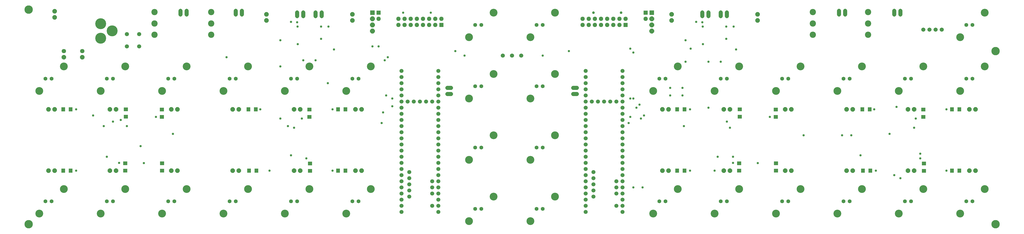
<source format=gbr>
G04 EAGLE Gerber X2 export*
%TF.Part,Single*%
%TF.FileFunction,Soldermask,Top,1*%
%TF.FilePolarity,Negative*%
%TF.GenerationSoftware,Autodesk,EAGLE,9.0.1*%
%TF.CreationDate,2018-06-01T15:48:08Z*%
G75*
%MOMM*%
%FSLAX34Y34*%
%LPD*%
%AMOC8*
5,1,8,0,0,1.08239X$1,22.5*%
G01*
%ADD10C,3.467100*%
%ADD11C,1.676400*%
%ADD12C,1.601200*%
%ADD13C,3.218200*%
%ADD14P,2.034460X8X22.500000*%
%ADD15P,2.034460X8X202.500000*%
%ADD16P,1.951982X8X292.500000*%
%ADD17C,1.803400*%
%ADD18C,4.521200*%
%ADD19P,2.034460X8X112.500000*%
%ADD20C,1.727200*%
%ADD21R,1.503200X1.803200*%
%ADD22R,1.803200X1.503200*%
%ADD23R,1.727200X1.727200*%
%ADD24P,1.869504X8X112.500000*%
%ADD25C,2.603200*%
%ADD26P,2.144431X8X202.500000*%
%ADD27R,1.981200X1.981200*%
%ADD28C,1.703200*%
%ADD29C,0.959600*%
%ADD30R,1.703200X1.703200*%
%ADD31P,1.038661X8X22.500000*%
%ADD32P,1.843527X8X22.500000*%


D10*
X31750Y31750D03*
X31750Y920750D03*
X4032250Y31750D03*
X4032250Y749300D03*
D11*
X1574800Y133350D03*
X1574800Y158750D03*
X1574800Y184150D03*
X1574800Y209550D03*
X1574800Y234950D03*
X1574800Y260350D03*
X1574800Y285750D03*
X1574800Y311150D03*
X1574800Y336550D03*
X1574800Y361950D03*
X1574800Y387350D03*
X1574800Y412750D03*
X1727200Y412750D03*
X1727200Y387350D03*
X1727200Y361950D03*
X1727200Y336550D03*
X1727200Y311150D03*
X1727200Y285750D03*
X1727200Y260350D03*
X1727200Y234950D03*
X1727200Y209550D03*
X1727200Y184150D03*
X1727200Y158750D03*
X1574800Y107950D03*
X1727200Y133350D03*
X1727200Y107950D03*
X1574800Y82550D03*
X1727200Y82550D03*
X1574800Y438150D03*
X1727200Y438150D03*
X1574800Y463550D03*
X1574800Y488950D03*
X1574800Y514350D03*
X1574800Y539750D03*
X1574800Y565150D03*
X1574800Y590550D03*
X1574800Y615950D03*
X1574800Y641350D03*
X1574800Y666750D03*
X1727200Y666750D03*
X1727200Y641350D03*
X1727200Y615950D03*
X1727200Y590550D03*
X1727200Y565150D03*
X1727200Y539750D03*
X1727200Y514350D03*
X1727200Y488950D03*
X1727200Y463550D03*
X1600200Y539750D03*
X1651000Y539750D03*
X1676400Y539750D03*
X1625600Y539750D03*
X1701800Y539750D03*
X1701800Y107950D03*
X1701800Y158750D03*
X1701800Y184150D03*
X1701800Y209550D03*
X1606550Y146050D03*
X1606550Y171450D03*
X1606550Y196850D03*
X1606550Y222250D03*
X1606550Y247650D03*
D12*
X127000Y635000D03*
X101600Y635000D03*
D13*
X76200Y584200D03*
X177800Y685800D03*
D12*
X381000Y635000D03*
X355600Y635000D03*
D13*
X330200Y584200D03*
X431800Y685800D03*
D12*
X635000Y635000D03*
X609600Y635000D03*
D13*
X584200Y584200D03*
X685800Y685800D03*
D12*
X889000Y635000D03*
X863600Y635000D03*
D13*
X838200Y584200D03*
X939800Y685800D03*
D12*
X1143000Y635000D03*
X1117600Y635000D03*
D13*
X1092200Y584200D03*
X1193800Y685800D03*
D12*
X1397000Y635000D03*
X1371600Y635000D03*
D13*
X1346200Y584200D03*
X1447800Y685800D03*
D12*
X1905000Y857250D03*
X1879600Y857250D03*
D13*
X1854200Y806450D03*
X1955800Y908050D03*
D12*
X1905000Y603250D03*
X1879600Y603250D03*
D13*
X1854200Y552450D03*
X1955800Y654050D03*
D12*
X1905000Y349250D03*
X1879600Y349250D03*
D13*
X1854200Y298450D03*
X1955800Y400050D03*
D12*
X1905000Y95250D03*
X1879600Y95250D03*
D13*
X1854200Y44450D03*
X1955800Y146050D03*
D14*
X114300Y508000D03*
X139700Y508000D03*
X368300Y508000D03*
X393700Y508000D03*
D15*
X647700Y508000D03*
X622300Y508000D03*
D14*
X876300Y508000D03*
X901700Y508000D03*
X1130300Y508000D03*
X1155700Y508000D03*
D15*
X1409700Y508000D03*
X1384300Y508000D03*
D16*
X254000Y723900D03*
D17*
X254000Y749300D03*
D16*
X177800Y723900D03*
D17*
X177800Y749300D03*
D18*
X330200Y802800D03*
X330200Y862800D03*
X377200Y832800D03*
D19*
X139700Y889000D03*
X139700Y914400D03*
D12*
X127000Y127000D03*
X101600Y127000D03*
D13*
X76200Y76200D03*
X177800Y177800D03*
D12*
X381000Y127000D03*
X355600Y127000D03*
D13*
X330200Y76200D03*
X431800Y177800D03*
D12*
X635000Y127000D03*
X609600Y127000D03*
D13*
X584200Y76200D03*
X685800Y177800D03*
D12*
X889000Y127000D03*
X863600Y127000D03*
D13*
X838200Y76200D03*
X939800Y177800D03*
D12*
X1143000Y127000D03*
X1117600Y127000D03*
D13*
X1092200Y76200D03*
X1193800Y177800D03*
D12*
X1397000Y127000D03*
X1371600Y127000D03*
D13*
X1346200Y76200D03*
X1447800Y177800D03*
D14*
X114300Y254000D03*
X139700Y254000D03*
X368300Y254000D03*
X393700Y254000D03*
D15*
X647700Y254000D03*
X622300Y254000D03*
D14*
X876300Y254000D03*
X901700Y254000D03*
X1130300Y254000D03*
X1155700Y254000D03*
D15*
X1409700Y254000D03*
X1384300Y254000D03*
D20*
X889000Y900430D02*
X889000Y915670D01*
X914400Y915670D02*
X914400Y900430D01*
X660400Y900430D02*
X660400Y915670D01*
X685800Y915670D02*
X685800Y900430D01*
D21*
X175260Y508000D03*
X205740Y508000D03*
D22*
X434340Y508000D03*
X434340Y477520D03*
X582930Y506730D03*
X582930Y476250D03*
D21*
X941070Y508000D03*
X971550Y508000D03*
D22*
X1193800Y506730D03*
X1193800Y476250D03*
D21*
X1342390Y508000D03*
X1311910Y508000D03*
X175260Y254000D03*
X205740Y254000D03*
D22*
X431800Y254000D03*
X431800Y284480D03*
X584200Y254000D03*
X584200Y284480D03*
D21*
X943610Y254000D03*
X974090Y254000D03*
D22*
X1196340Y252730D03*
X1196340Y283210D03*
D21*
X1342390Y254000D03*
X1311910Y254000D03*
D23*
X1739900Y857250D03*
D24*
X1739900Y882650D03*
X1714500Y857250D03*
X1714500Y882650D03*
X1689100Y857250D03*
X1689100Y882650D03*
X1663700Y857250D03*
X1663700Y882650D03*
X1638300Y857250D03*
X1638300Y882650D03*
X1612900Y857250D03*
X1612900Y882650D03*
X1587500Y857250D03*
X1587500Y882650D03*
X1562100Y857250D03*
X1562100Y882650D03*
D25*
X552450Y863600D03*
X552450Y816610D03*
X552450Y910590D03*
X787400Y863600D03*
X787400Y816610D03*
X787400Y910590D03*
D20*
X1219200Y909320D02*
X1219200Y894080D01*
X1244600Y894080D02*
X1244600Y909320D01*
X1143000Y909320D02*
X1143000Y894080D01*
X1168400Y894080D02*
X1168400Y909320D01*
D12*
X3937000Y857250D03*
X3911600Y857250D03*
D13*
X3886200Y806450D03*
X3987800Y908050D03*
D19*
X1371600Y876300D03*
X1371600Y901700D03*
X1016000Y876300D03*
X1016000Y901700D03*
D11*
X2336800Y133350D03*
X2336800Y158750D03*
X2336800Y184150D03*
X2336800Y209550D03*
X2336800Y234950D03*
X2336800Y260350D03*
X2336800Y285750D03*
X2336800Y311150D03*
X2336800Y336550D03*
X2336800Y361950D03*
X2336800Y387350D03*
X2336800Y412750D03*
X2489200Y412750D03*
X2489200Y387350D03*
X2489200Y361950D03*
X2489200Y336550D03*
X2489200Y311150D03*
X2489200Y285750D03*
X2489200Y260350D03*
X2489200Y234950D03*
X2489200Y209550D03*
X2489200Y184150D03*
X2489200Y158750D03*
X2336800Y107950D03*
X2489200Y133350D03*
X2489200Y107950D03*
X2336800Y82550D03*
X2489200Y82550D03*
X2336800Y438150D03*
X2489200Y438150D03*
X2336800Y463550D03*
X2336800Y488950D03*
X2336800Y514350D03*
X2336800Y539750D03*
X2336800Y565150D03*
X2336800Y590550D03*
X2336800Y615950D03*
X2336800Y641350D03*
X2336800Y666750D03*
X2489200Y666750D03*
X2489200Y641350D03*
X2489200Y615950D03*
X2489200Y590550D03*
X2489200Y565150D03*
X2489200Y539750D03*
X2489200Y514350D03*
X2489200Y488950D03*
X2489200Y463550D03*
X2362200Y539750D03*
X2413000Y539750D03*
X2438400Y539750D03*
X2387600Y539750D03*
X2463800Y539750D03*
X2463800Y107950D03*
X2463800Y158750D03*
X2463800Y184150D03*
X2463800Y209550D03*
X2368550Y146050D03*
X2368550Y171450D03*
X2368550Y196850D03*
X2368550Y222250D03*
X2368550Y247650D03*
D12*
X2667000Y635000D03*
X2641600Y635000D03*
D13*
X2616200Y584200D03*
X2717800Y685800D03*
D12*
X2921000Y635000D03*
X2895600Y635000D03*
D13*
X2870200Y584200D03*
X2971800Y685800D03*
D12*
X3175000Y635000D03*
X3149600Y635000D03*
D13*
X3124200Y584200D03*
X3225800Y685800D03*
D12*
X3429000Y635000D03*
X3403600Y635000D03*
D13*
X3378200Y584200D03*
X3479800Y685800D03*
D12*
X3683000Y635000D03*
X3657600Y635000D03*
D13*
X3632200Y584200D03*
X3733800Y685800D03*
D12*
X3937000Y635000D03*
X3911600Y635000D03*
D13*
X3886200Y584200D03*
X3987800Y685800D03*
D12*
X2159000Y857250D03*
X2133600Y857250D03*
D13*
X2108200Y806450D03*
X2209800Y908050D03*
D12*
X2159000Y603250D03*
X2133600Y603250D03*
D13*
X2108200Y552450D03*
X2209800Y654050D03*
D12*
X2159000Y349250D03*
X2133600Y349250D03*
D13*
X2108200Y298450D03*
X2209800Y400050D03*
D12*
X2159000Y95250D03*
X2133600Y95250D03*
D13*
X2108200Y44450D03*
X2209800Y146050D03*
D14*
X2654300Y508000D03*
X2679700Y508000D03*
X2908300Y508000D03*
X2933700Y508000D03*
D15*
X3187700Y508000D03*
X3162300Y508000D03*
D14*
X3416300Y508000D03*
X3441700Y508000D03*
X3670300Y508000D03*
X3695700Y508000D03*
D15*
X3949700Y508000D03*
X3924300Y508000D03*
D12*
X2667000Y127000D03*
X2641600Y127000D03*
D13*
X2616200Y76200D03*
X2717800Y177800D03*
D12*
X2921000Y127000D03*
X2895600Y127000D03*
D13*
X2870200Y76200D03*
X2971800Y177800D03*
D12*
X3175000Y127000D03*
X3149600Y127000D03*
D13*
X3124200Y76200D03*
X3225800Y177800D03*
D12*
X3429000Y127000D03*
X3403600Y127000D03*
D13*
X3378200Y76200D03*
X3479800Y177800D03*
D12*
X3683000Y127000D03*
X3657600Y127000D03*
D13*
X3632200Y76200D03*
X3733800Y177800D03*
D12*
X3937000Y127000D03*
X3911600Y127000D03*
D13*
X3886200Y76200D03*
X3987800Y177800D03*
D14*
X2654300Y254000D03*
X2679700Y254000D03*
X2908300Y254000D03*
X2933700Y254000D03*
D15*
X3187700Y254000D03*
X3162300Y254000D03*
D14*
X3416300Y254000D03*
X3441700Y254000D03*
X3670300Y254000D03*
X3695700Y254000D03*
D15*
X3949700Y254000D03*
X3924300Y254000D03*
D20*
X3613150Y900430D02*
X3613150Y915670D01*
X3638550Y915670D02*
X3638550Y900430D01*
X3384550Y900430D02*
X3384550Y915670D01*
X3409950Y915670D02*
X3409950Y900430D01*
D21*
X2715260Y508000D03*
X2745740Y508000D03*
D22*
X2974340Y508000D03*
X2974340Y477520D03*
X3122930Y506730D03*
X3122930Y476250D03*
D21*
X3481070Y508000D03*
X3511550Y508000D03*
D22*
X3733800Y506730D03*
X3733800Y476250D03*
D21*
X3882390Y508000D03*
X3851910Y508000D03*
X2715260Y254000D03*
X2745740Y254000D03*
D22*
X2971800Y254000D03*
X2971800Y284480D03*
X3124200Y254000D03*
X3124200Y284480D03*
D21*
X3483610Y254000D03*
X3514090Y254000D03*
D22*
X3736340Y252730D03*
X3736340Y283210D03*
D21*
X3882390Y254000D03*
X3851910Y254000D03*
D23*
X2501900Y857250D03*
D24*
X2501900Y882650D03*
X2476500Y857250D03*
X2476500Y882650D03*
X2451100Y857250D03*
X2451100Y882650D03*
X2425700Y857250D03*
X2425700Y882650D03*
X2400300Y857250D03*
X2400300Y882650D03*
X2374900Y857250D03*
X2374900Y882650D03*
X2349500Y857250D03*
X2349500Y882650D03*
X2324100Y857250D03*
X2324100Y882650D03*
D25*
X3276600Y863600D03*
X3276600Y816610D03*
X3276600Y910590D03*
X3505200Y863600D03*
X3505200Y816610D03*
X3505200Y910590D03*
D20*
X2895600Y909320D02*
X2895600Y894080D01*
X2921000Y894080D02*
X2921000Y909320D01*
X2819400Y909320D02*
X2819400Y894080D01*
X2844800Y894080D02*
X2844800Y909320D01*
D19*
X3048000Y876300D03*
X3048000Y901700D03*
X2692400Y876300D03*
X2692400Y901700D03*
D20*
X1779270Y596900D02*
X1764030Y596900D01*
X1764030Y571500D02*
X1779270Y571500D01*
X2284730Y596900D02*
X2299970Y596900D01*
X2299970Y571500D02*
X2284730Y571500D01*
D26*
X1454150Y882650D03*
D27*
X1454150Y908050D03*
D26*
X1454150Y857250D03*
X1454150Y831850D03*
X2609850Y882650D03*
D27*
X2609850Y908050D03*
D26*
X2609850Y857250D03*
X2609850Y831850D03*
D28*
X438150Y819150D03*
X488950Y819150D03*
X3784600Y838200D03*
X3759200Y838200D03*
D29*
X381000Y457200D03*
X558800Y476250D03*
X990600Y508000D03*
X1162050Y469900D03*
X1289050Y508000D03*
X2266950Y749300D03*
X1797050Y749300D03*
D28*
X438150Y768350D03*
X3733800Y838200D03*
D29*
X228600Y254000D03*
X406400Y285750D03*
X508635Y285115D03*
X1028700Y254000D03*
X1181100Y304800D03*
X1289050Y254000D03*
X1511300Y565150D03*
X1536700Y520700D03*
X850900Y723900D03*
X1270000Y615950D03*
X228600Y508000D03*
X342900Y438150D03*
X628650Y406400D03*
X438150Y438150D03*
X412750Y463550D03*
X1104900Y438150D03*
X1130300Y431800D03*
X1498600Y495300D03*
X1835150Y730250D03*
X355600Y311150D03*
X495300Y355600D03*
X1117600Y317500D03*
X1242060Y850900D03*
X1242060Y800100D03*
X1144270Y850900D03*
X1145540Y777900D03*
X1536700Y552450D03*
D28*
X1993900Y730250D03*
X2032000Y730250D03*
X2070100Y730250D03*
D30*
X1479550Y908050D03*
D29*
X1695450Y908050D03*
X1581150Y908050D03*
D30*
X2584450Y908050D03*
D31*
X2482850Y908050D03*
X2368550Y908050D03*
D29*
X1143000Y868680D03*
X1117600Y869950D03*
X2921000Y457200D03*
X3098800Y476250D03*
X3530600Y508000D03*
X3702050Y469900D03*
X3829050Y508000D03*
X2768600Y254000D03*
X2946400Y285750D03*
X3048635Y285115D03*
X3536950Y254000D03*
X3721100Y304800D03*
X3829050Y254000D03*
X2768600Y508000D03*
X2819400Y868680D03*
X2794000Y869950D03*
X3695700Y431800D03*
X3622675Y517525D03*
X3238500Y400050D03*
X3397250Y400050D03*
X3435350Y400050D03*
X2933700Y431800D03*
X2844800Y514350D03*
X2743200Y438150D03*
X3721100Y323850D03*
X3638550Y222250D03*
X3473450Y317500D03*
X2946400Y311150D03*
X2870200Y254000D03*
X2533650Y184150D03*
X2571750Y184150D03*
X2882900Y311150D03*
X2918460Y850900D03*
X2918460Y800100D03*
X2533650Y742950D03*
X2533650Y552450D03*
X2820670Y850900D03*
X2821940Y777900D03*
X2771140Y759460D03*
X2520950Y759460D03*
X2520950Y552450D03*
X2736850Y596900D03*
X2686050Y596900D03*
X2520950Y476250D03*
X2736850Y565150D03*
X2686050Y565150D03*
X2514600Y450850D03*
X2159000Y730250D03*
X3613150Y234950D03*
X2948940Y850900D03*
X2895600Y704850D03*
X2844800Y704850D03*
X2959100Y755650D03*
X2749550Y793750D03*
X3594100Y406400D03*
X2749550Y704850D03*
D28*
X3810000Y838200D03*
D29*
X1504950Y711200D03*
X1454150Y768350D03*
X1517650Y723900D03*
X1479550Y768350D03*
X2546350Y514350D03*
X2565400Y469900D03*
X2559050Y527050D03*
X2578100Y482600D03*
D32*
X1479550Y882650D03*
X2584450Y882650D03*
D28*
X488950Y768350D03*
D29*
X298450Y482600D03*
X1073150Y469900D03*
X1272540Y850900D03*
X1219200Y711200D03*
X1168400Y711200D03*
X1295400Y755650D03*
X1073150Y793750D03*
X1073150Y685800D03*
X1492250Y450850D03*
M02*

</source>
